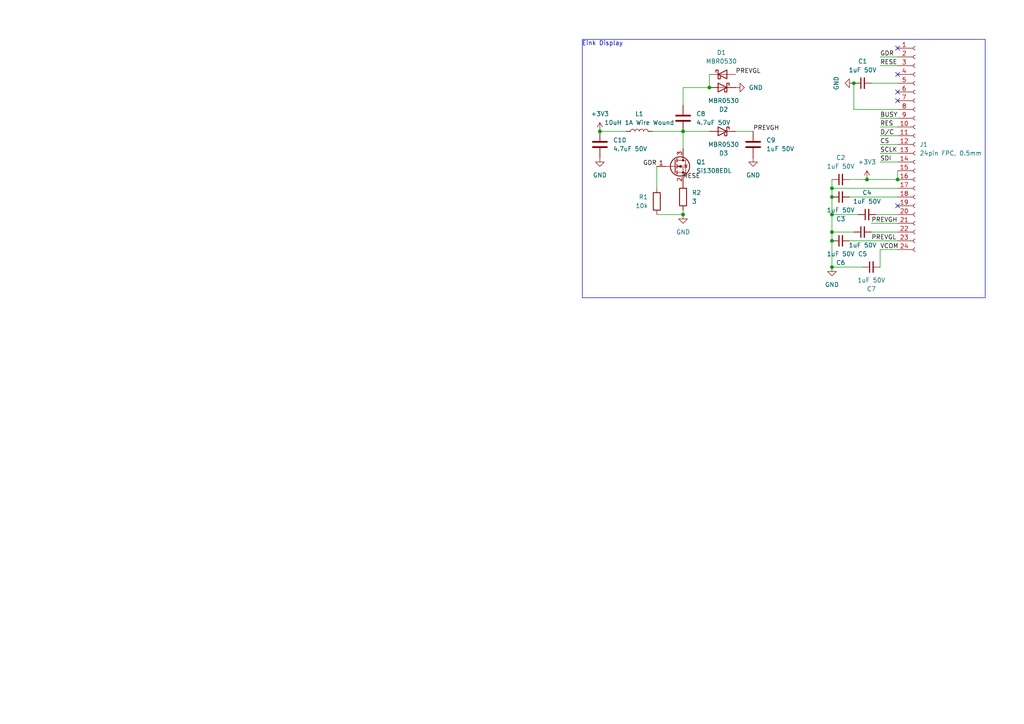
<source format=kicad_sch>
(kicad_sch (version 20250114) (generator "eeschema") (generator_version "9.0")
  (paper "A4")
  (lib_symbols
    (symbol "Connector:Conn_01x24_Socket" (pin_names (offset 1.016) (hide yes))
      (property "Reference" "J" (at 0 30.48 0))
      (property "Value" "Conn_01x24_Socket" (at 0 -33.02 0))
      (symbol "Conn_01x24_Socket_1_1"
        (polyline (pts (xy -1.27 27.94) (xy -0.508 27.94)) (stroke (width 0.1524)))
        (polyline (pts (xy -1.27 25.4) (xy -0.508 25.4)) (stroke (width 0.1524)))
        (polyline (pts (xy -1.27 22.86) (xy -0.508 22.86)) (stroke (width 0.1524)))
        (polyline (pts (xy -1.27 20.32) (xy -0.508 20.32)) (stroke (width 0.1524)))
        (polyline (pts (xy -1.27 17.78) (xy -0.508 17.78)) (stroke (width 0.1524)))
        (polyline (pts (xy -1.27 15.24) (xy -0.508 15.24)) (stroke (width 0.1524)))
        (polyline (pts (xy -1.27 12.7) (xy -0.508 12.7)) (stroke (width 0.1524)))
        (polyline (pts (xy -1.27 10.16) (xy -0.508 10.16)) (stroke (width 0.1524)))
        (polyline (pts (xy -1.27 7.62) (xy -0.508 7.62)) (stroke (width 0.1524)))
        (polyline (pts (xy -1.27 5.08) (xy -0.508 5.08)) (stroke (width 0.1524)))
        (polyline (pts (xy -1.27 2.54) (xy -0.508 2.54)) (stroke (width 0.1524)))
        (polyline (pts (xy -1.27 0) (xy -0.508 0)) (stroke (width 0.1524)))
        (polyline (pts (xy -1.27 -2.54) (xy -0.508 -2.54)) (stroke (width 0.1524)))
        (polyline (pts (xy -1.27 -5.08) (xy -0.508 -5.08)) (stroke (width 0.1524)))
        (polyline (pts (xy -1.27 -7.62) (xy -0.508 -7.62)) (stroke (width 0.1524)))
        (polyline (pts (xy -1.27 -10.16) (xy -0.508 -10.16)) (stroke (width 0.1524)))
        (polyline (pts (xy -1.27 -12.7) (xy -0.508 -12.7)) (stroke (width 0.1524)))
        (polyline (pts (xy -1.27 -15.24) (xy -0.508 -15.24)) (stroke (width 0.1524)))
        (polyline (pts (xy -1.27 -17.78) (xy -0.508 -17.78)) (stroke (width 0.1524)))
        (polyline (pts (xy -1.27 -20.32) (xy -0.508 -20.32)) (stroke (width 0.1524)))
        (polyline (pts (xy -1.27 -22.86) (xy -0.508 -22.86)) (stroke (width 0.1524)))
        (polyline (pts (xy -1.27 -25.4) (xy -0.508 -25.4)) (stroke (width 0.1524)))
        (polyline (pts (xy -1.27 -27.94) (xy -0.508 -27.94)) (stroke (width 0.1524)))
        (polyline (pts (xy -1.27 -30.48) (xy -0.508 -30.48)) (stroke (width 0.1524)))
        (arc (start 0 27.432) (mid -0.5058 27.94) (end 0 28.448) (stroke (width 0.1524)))
        (arc (start 0 24.892) (mid -0.5058 25.4) (end 0 25.908) (stroke (width 0.1524)))
        (arc (start 0 22.352) (mid -0.5058 22.86) (end 0 23.368) (stroke (width 0.1524)))
        (arc (start 0 19.812) (mid -0.5058 20.32) (end 0 20.828) (stroke (width 0.1524)))
        (arc (start 0 17.272) (mid -0.5058 17.78) (end 0 18.288) (stroke (width 0.1524)))
        (arc (start 0 14.732) (mid -0.5058 15.24) (end 0 15.748) (stroke (width 0.1524)))
        (arc (start 0 12.192) (mid -0.5058 12.7) (end 0 13.208) (stroke (width 0.1524)))
        (arc (start 0 9.652) (mid -0.5058 10.16) (end 0 10.668) (stroke (width 0.1524)))
        (arc (start 0 7.112) (mid -0.5058 7.62) (end 0 8.128) (stroke (width 0.1524)))
        (arc (start 0 4.572) (mid -0.5058 5.08) (end 0 5.588) (stroke (width 0.1524)))
        (arc (start 0 2.032) (mid -0.5058 2.54) (end 0 3.048) (stroke (width 0.1524)))
        (arc (start 0 -0.508) (mid -0.5058 0) (end 0 0.508) (stroke (width 0.1524)))
        (arc (start 0 -3.048) (mid -0.5058 -2.54) (end 0 -2.032) (stroke (width 0.1524)))
        (arc (start 0 -5.588) (mid -0.5058 -5.08) (end 0 -4.572) (stroke (width 0.1524)))
        (arc (start 0 -8.128) (mid -0.5058 -7.62) (end 0 -7.112) (stroke (width 0.1524)))
        (arc (start 0 -10.668) (mid -0.5058 -10.16) (end 0 -9.652) (stroke (width 0.1524)))
        (arc (start 0 -13.208) (mid -0.5058 -12.7) (end 0 -12.192) (stroke (width 0.1524)))
        (arc (start 0 -15.748) (mid -0.5058 -15.24) (end 0 -14.732) (stroke (width 0.1524)))
        (arc (start 0 -18.288) (mid -0.5058 -17.78) (end 0 -17.272) (stroke (width 0.1524)))
        (arc (start 0 -20.828) (mid -0.5058 -20.32) (end 0 -19.812) (stroke (width 0.1524)))
        (arc (start 0 -23.368) (mid -0.5058 -22.86) (end 0 -22.352) (stroke (width 0.1524)))
        (arc (start 0 -25.908) (mid -0.5058 -25.4) (end 0 -24.892) (stroke (width 0.1524)))
        (arc (start 0 -28.448) (mid -0.5058 -27.94) (end 0 -27.432) (stroke (width 0.1524)))
        (arc (start 0 -30.988) (mid -0.5058 -30.48) (end 0 -29.972) (stroke (width 0.1524)))
        (pin passive line (at -5.08 27.94 0) (length 3.81) (name "Pin_1") (number "1"))
        (pin passive line (at -5.08 25.4 0) (length 3.81) (name "Pin_2") (number "2"))
        (pin passive line (at -5.08 22.86 0) (length 3.81) (name "Pin_3") (number "3"))
        (pin passive line (at -5.08 20.32 0) (length 3.81) (name "Pin_4") (number "4"))
        (pin passive line (at -5.08 17.78 0) (length 3.81) (name "Pin_5") (number "5"))
        (pin passive line (at -5.08 15.24 0) (length 3.81) (name "Pin_6") (number "6"))
        (pin passive line (at -5.08 12.7 0) (length 3.81) (name "Pin_7") (number "7"))
        (pin passive line (at -5.08 10.16 0) (length 3.81) (name "Pin_8") (number "8"))
        (pin passive line (at -5.08 7.62 0) (length 3.81) (name "Pin_9") (number "9"))
        (pin passive line (at -5.08 5.08 0) (length 3.81) (name "Pin_10") (number "10"))
        (pin passive line (at -5.08 2.54 0) (length 3.81) (name "Pin_11") (number "11"))
        (pin passive line (at -5.08 0 0) (length 3.81) (name "Pin_12") (number "12"))
        (pin passive line (at -5.08 -2.54 0) (length 3.81) (name "Pin_13") (number "13"))
        (pin passive line (at -5.08 -5.08 0) (length 3.81) (name "Pin_14") (number "14"))
        (pin passive line (at -5.08 -7.62 0) (length 3.81) (name "Pin_15") (number "15"))
        (pin passive line (at -5.08 -10.16 0) (length 3.81) (name "Pin_16") (number "16"))
        (pin passive line (at -5.08 -12.7 0) (length 3.81) (name "Pin_17") (number "17"))
        (pin passive line (at -5.08 -15.24 0) (length 3.81) (name "Pin_18") (number "18"))
        (pin passive line (at -5.08 -17.78 0) (length 3.81) (name "Pin_19") (number "19"))
        (pin passive line (at -5.08 -20.32 0) (length 3.81) (name "Pin_20") (number "20"))
        (pin passive line (at -5.08 -22.86 0) (length 3.81) (name "Pin_21") (number "21"))
        (pin passive line (at -5.08 -25.4 0) (length 3.81) (name "Pin_22") (number "22"))
        (pin passive line (at -5.08 -27.94 0) (length 3.81) (name "Pin_23") (number "23"))
        (pin passive line (at -5.08 -30.48 0) (length 3.81) (name "Pin_24") (number "24"))
      )
    )
    (symbol "Device:C" (pin_numbers (hide yes)) (pin_names (offset 0.254))
      (property "Reference" "C" (at 0.635 2.54 0))
      (property "Value" "C" (at 0.635 -2.54 0))
      (symbol "C_0_1"
        (polyline (pts (xy -2.032 0.762) (xy 2.032 0.762)) (stroke (width 0.508)))
        (polyline (pts (xy -2.032 -0.762) (xy 2.032 -0.762)) (stroke (width 0.508)))
      )
      (symbol "C_1_1"
        (pin passive line (at 0 3.81 270) (length 2.794) (name "~") (number "1"))
        (pin passive line (at 0 -3.81 90) (length 2.794) (name "~") (number "2"))
      )
    )
    (symbol "Device:C_Small" (pin_numbers (hide yes)) (pin_names (offset 0.254) (hide yes))
      (property "Reference" "C" (at 0.254 1.778 0))
      (property "Value" "C_Small" (at 0.254 -2.032 0))
      (symbol "C_Small_0_1"
        (polyline (pts (xy -1.524 0.508) (xy 1.524 0.508)) (stroke (width 0.3048)))
        (polyline (pts (xy -1.524 -0.508) (xy 1.524 -0.508)) (stroke (width 0.3302)))
      )
      (symbol "C_Small_1_1"
        (pin passive line (at 0 2.54 270) (length 2.032) (name "~") (number "1"))
        (pin passive line (at 0 -2.54 90) (length 2.032) (name "~") (number "2"))
      )
    )
    (symbol "Device:L" (pin_numbers (hide yes)) (pin_names (offset 1.016) (hide yes))
      (property "Reference" "L" (at -1.27 0 90))
      (property "Value" "L" (at 1.905 0 90))
      (symbol "L_0_1"
        (arc (start 0 2.54) (mid 0.6323 1.905) (end 0 1.27))
        (arc (start 0 1.27) (mid 0.6323 0.635) (end 0 0))
        (arc (start 0 0) (mid 0.6323 -0.635) (end 0 -1.27))
        (arc (start 0 -1.27) (mid 0.6323 -1.905) (end 0 -2.54))
      )
      (symbol "L_1_1"
        (pin passive line (at 0 3.81 270) (length 1.27) (name "1") (number "1"))
        (pin passive line (at 0 -3.81 90) (length 1.27) (name "2") (number "2"))
      )
    )
    (symbol "Device:R" (pin_numbers (hide yes)) (pin_names (offset 0))
      (property "Reference" "R" (at 2.032 0 90))
      (property "Value" "R" (at 0 0 90))
      (symbol "R_0_1"
        (rectangle (start -1.016 -2.54) (end 1.016 2.54) (stroke (width 0.254)))
      )
      (symbol "R_1_1"
        (pin passive line (at 0 3.81 270) (length 1.27) (name "~") (number "1"))
        (pin passive line (at 0 -3.81 90) (length 1.27) (name "~") (number "2"))
      )
    )
    (symbol "Diode:MBR0530" (pin_numbers (hide yes)) (pin_names (offset 1.016) (hide yes))
      (property "Reference" "D" (at 0 2.54 0))
      (property "Value" "MBR0530" (at 0 -2.54 0))
      (symbol "MBR0530_0_1"
        (polyline (pts (xy -1.905 0.635) (xy -1.905 1.27) (xy -1.27 1.27) (xy -1.27 -1.27) (xy -0.635 -1.27) (xy -0.635 -0.635)) (stroke (width 0.254)))
        (polyline (pts (xy 1.27 1.27) (xy 1.27 -1.27) (xy -1.27 0) (xy 1.27 1.27)) (stroke (width 0.254)))
        (polyline (pts (xy 1.27 0) (xy -1.27 0)))
      )
      (symbol "MBR0530_1_1"
        (pin passive line (at -3.81 0 0) (length 2.54) (name "K") (number "1"))
        (pin passive line (at 3.81 0 180) (length 2.54) (name "A") (number "2"))
      )
    )
    (symbol "Transistor_FET:Si1308EDL" (pin_names (hide yes))
      (property "Reference" "Q" (at 5.08 1.905 0))
      (property "Value" "Si1308EDL" (at 5.08 0 0))
      (symbol "Si1308EDL_0_1"
        (polyline (pts (xy 0.254 1.905) (xy 0.254 -1.905)) (stroke (width 0.254)))
        (polyline (pts (xy 0.254 0) (xy -2.54 0)))
        (polyline (pts (xy 0.762 2.286) (xy 0.762 1.27)) (stroke (width 0.254)))
        (polyline (pts (xy 0.762 0.508) (xy 0.762 -0.508)) (stroke (width 0.254)))
        (polyline (pts (xy 0.762 -1.27) (xy 0.762 -2.286)) (stroke (width 0.254)))
        (polyline (pts (xy 0.762 -1.778) (xy 3.302 -1.778) (xy 3.302 1.778) (xy 0.762 1.778)))
        (polyline (pts (xy 1.016 0) (xy 2.032 0.381) (xy 2.032 -0.381) (xy 1.016 0)) (fill (type outline)))
        (circle (center 1.651 0) (radius 2.794) (stroke (width 0.254)))
        (polyline (pts (xy 2.54 2.54) (xy 2.54 1.778)))
        (circle (center 2.54 1.778) (radius 0.254) (fill (type outline)))
        (circle (center 2.54 -1.778) (radius 0.254) (fill (type outline)))
        (polyline (pts (xy 2.54 -2.54) (xy 2.54 0) (xy 0.762 0)))
        (polyline (pts (xy 2.794 0.508) (xy 2.921 0.381) (xy 3.683 0.381) (xy 3.81 0.254)))
        (polyline (pts (xy 3.302 0.381) (xy 2.921 -0.254) (xy 3.683 -0.254) (xy 3.302 0.381)))
      )
      (symbol "Si1308EDL_1_1"
        (pin input line (at -5.08 0 0) (length 2.54) (name "G") (number "1"))
        (pin passive line (at 2.54 5.08 270) (length 2.54) (name "D") (number "3"))
        (pin passive line (at 2.54 -5.08 90) (length 2.54) (name "S") (number "2"))
      )
    )
    (symbol "power:+3V3" (power) (pin_numbers (hide yes)) (pin_names (offset 0) (hide yes))
      (property "Value" "+3V3" (at 0 3.556 0))
      (symbol "+3V3_0_1"
        (polyline (pts (xy -0.762 1.27) (xy 0 2.54)))
        (polyline (pts (xy 0 2.54) (xy 0.762 1.27)))
        (polyline (pts (xy 0 0) (xy 0 2.54)))
      )
      (symbol "+3V3_1_1"
        (pin power_in line (at 0 0 90) (length 0) (name "~") (number "1"))
      )
    )
    (symbol "power:GND" (power) (pin_numbers (hide yes)) (pin_names (offset 0) (hide yes))
      (property "Value" "GND" (at 0 -3.81 0))
      (symbol "GND_0_1"
        (polyline (pts (xy 0 0) (xy 0 -1.27) (xy 1.27 -1.27) (xy 0 -2.54) (xy -1.27 -1.27) (xy 0 -1.27)))
      )
      (symbol "GND_1_1"
        (pin power_in line (at 0 0 270) (length 0) (name "~") (number "1"))
      )
    )
  )
  (rectangle (start 168.91 11.43) (end 285.75 86.36))
  (text "Eink Display" (at 174.752 12.7 0) (effects (font (size 1.27 1.27))))
  (junction (at 241.3 77.47))
  (junction (at 198.12 38.1))
  (junction (at 241.3 62.23))
  (junction (at 205.74 25.4))
  (junction (at 260.35 52.07))
  (junction (at 173.99 38.1))
  (junction (at 241.3 67.31))
  (junction (at 241.3 57.15))
  (junction (at 241.3 69.85))
  (junction (at 251.46 52.07))
  (junction (at 247.65 24.13))
  (junction (at 198.12 62.23))
  (junction (at 241.3 54.61))
  (no_connect (at 260.35 26.67))
  (no_connect (at 260.35 59.69))
  (no_connect (at 260.35 13.97))
  (no_connect (at 260.35 21.59))
  (no_connect (at 260.35 29.21))
  (wire (pts (xy 248.92 62.23) (xy 241.3 62.23)))
  (wire (pts (xy 246.38 52.07) (xy 251.46 52.07)))
  (wire (pts (xy 241.3 77.47) (xy 241.3 69.85)))
  (wire (pts (xy 260.35 54.61) (xy 241.3 54.61)))
  (wire (pts (xy 241.3 67.31) (xy 241.3 69.85)))
  (wire (pts (xy 247.65 67.31) (xy 241.3 67.31)))
  (wire (pts (xy 190.5 48.26) (xy 190.5 54.61)))
  (wire (pts (xy 190.5 62.23) (xy 198.12 62.23)))
  (wire (pts (xy 198.12 38.1) (xy 198.12 43.18)))
  (wire (pts (xy 205.74 21.59) (xy 205.74 25.4)))
  (wire (pts (xy 246.38 69.85) (xy 260.35 69.85)))
  (wire (pts (xy 255.27 41.91) (xy 260.35 41.91)))
  (wire (pts (xy 246.38 57.15) (xy 260.35 57.15)))
  (wire (pts (xy 241.3 52.07) (xy 241.3 54.61)))
  (wire (pts (xy 247.65 24.13) (xy 247.65 31.75)))
  (wire (pts (xy 255.27 39.37) (xy 260.35 39.37)))
  (wire (pts (xy 255.27 36.83) (xy 260.35 36.83)))
  (wire (pts (xy 250.19 77.47) (xy 241.3 77.47)))
  (wire (pts (xy 252.73 67.31) (xy 260.35 67.31)))
  (wire (pts (xy 205.74 25.4) (xy 198.12 25.4)))
  (wire (pts (xy 252.73 24.13) (xy 260.35 24.13)))
  (wire (pts (xy 198.12 62.23) (xy 198.12 60.96)))
  (wire (pts (xy 255.27 34.29) (xy 260.35 34.29)))
  (wire (pts (xy 173.99 38.1) (xy 181.61 38.1)))
  (wire (pts (xy 251.46 52.07) (xy 260.35 52.07)))
  (wire (pts (xy 255.27 19.05) (xy 260.35 19.05)))
  (wire (pts (xy 213.36 38.1) (xy 218.44 38.1)))
  (wire (pts (xy 241.3 54.61) (xy 241.3 57.15)))
  (wire (pts (xy 255.27 16.51) (xy 260.35 16.51)))
  (wire (pts (xy 241.3 67.31) (xy 241.3 62.23)))
  (wire (pts (xy 252.73 64.77) (xy 260.35 64.77)))
  (wire (pts (xy 198.12 38.1) (xy 205.74 38.1)))
  (wire (pts (xy 241.3 62.23) (xy 241.3 57.15)))
  (wire (pts (xy 260.35 49.53) (xy 260.35 52.07)))
  (wire (pts (xy 254 62.23) (xy 260.35 62.23)))
  (wire (pts (xy 198.12 25.4) (xy 198.12 30.48)))
  (wire (pts (xy 255.27 72.39) (xy 255.27 77.47)))
  (wire (pts (xy 260.35 72.39) (xy 255.27 72.39)))
  (wire (pts (xy 189.23 38.1) (xy 198.12 38.1)))
  (wire (pts (xy 255.27 44.45) (xy 260.35 44.45)))
  (wire (pts (xy 260.35 31.75) (xy 247.65 31.75)))
  (wire (pts (xy 255.27 46.99) (xy 260.35 46.99)))
  (label "RESE" (at 198.12 52.07 0))
  (label "CS" (at 255.27 41.91 0))
  (label "GDR" (at 255.27 16.51 0))
  (label "VCOM" (at 255.27 72.39 0))
  (label "PREVGH" (at 218.44 38.1 0))
  (label "SCLK" (at 255.27 44.45 0))
  (label "RESE" (at 255.27 19.05 0))
  (label "D{slash}C" (at 255.27 39.37 0))
  (label "PREVGL" (at 252.73 69.85 0))
  (label "SDI" (at 255.27 46.99 0))
  (label "PREVGL" (at 213.36 21.59 0))
  (label "PREVGH" (at 252.73 64.77 0))
  (label "BUSY" (at 255.27 34.29 0))
  (label "RES" (at 255.27 36.83 0))
  (label "GDR" (at 190.5 48.26 180))
  (symbol (lib_id "Diode:MBR0530") (at 209.55 21.59 0) (unit 1)
    (property "Reference" "D1" (at 209.2325 15.24 0))
    (property "Value" "MBR0530" (at 209.2325 17.78 0))
    (property "Footprint" "Diode_SMD:D_SOD-123" (effects (hide yes)))
    (property "Datasheet" "http://www.mccsemi.com/up_pdf/MBR0520~MBR0580(SOD123).pdf" (effects (hide yes)))
    (property "Description" "30V 0.5A Schottky Power Rectifier Diode, SOD-123" (effects (hide yes)))
  )
  (symbol (lib_id "Transistor_FET:Si1308EDL") (at 195.58 48.26 0) (unit 1)
    (property "Reference" "Q1" (at 201.93 46.9899 0) (effects (justify left)))
    (property "Value" "Si1308EDL" (at 201.93 49.5299 0) (effects (justify left)))
    (property "Footprint" "Package_TO_SOT_SMD:SOT-323_SC-70" (effects (hide yes)))
    (property "Datasheet" "https://www.vishay.com/docs/63399/si1308edl.pdf" (effects (hide yes)))
    (property "Description" "30V Vds, 1.4A Id, N-Channel MOSFET, SC-70" (effects (hide yes)))
  )
  (symbol (lib_id "Device:C") (at 198.12 34.29 0) (unit 1)
    (property "Reference" "C8" (at 201.93 33.0199 0) (effects (justify left)))
    (property "Value" "4.7uF 50V" (at 201.93 35.5599 0) (effects (justify left)))
    (property "Footprint" "Capacitor_SMD:C_0805_2012Metric_Pad1.18x1.45mm_HandSolder" (effects (hide yes)))
    (property "Description" "Unpolarized capacitor" (effects (hide yes)))
  )
  (symbol (lib_id "Device:C_Small") (at 251.46 62.23 90) (unit 1)
    (property "Reference" "C4" (at 251.4663 55.88 90))
    (property "Value" "1uF 50V" (at 251.4663 58.42 90))
    (property "Footprint" "Capacitor_SMD:C_0805_2012Metric_Pad1.18x1.45mm_HandSolder" (effects (hide yes)))
    (property "Description" "Unpolarized capacitor, small symbol" (effects (hide yes)))
  )
  (symbol (lib_id "Device:C_Small") (at 243.84 57.15 90) (mirror x) (unit 1)
    (property "Reference" "C3" (at 243.8463 63.5 90))
    (property "Value" "1uF 50V" (at 243.8463 60.96 90))
    (property "Footprint" "Capacitor_SMD:C_0805_2012Metric_Pad1.18x1.45mm_HandSolder" (effects (hide yes)))
    (property "Description" "Unpolarized capacitor, small symbol" (effects (hide yes)))
  )
  (symbol (lib_id "Device:C_Small") (at 250.19 24.13 90) (unit 1)
    (property "Reference" "C1" (at 250.1963 17.78 90))
    (property "Value" "1uF 50V" (at 250.1963 20.32 90))
    (property "Footprint" "Capacitor_SMD:C_0805_2012Metric_Pad1.18x1.45mm_HandSolder" (effects (hide yes)))
    (property "Description" "Unpolarized capacitor, small symbol" (effects (hide yes)))
  )
  (symbol (lib_id "power:GND") (at 247.65 24.13 270) (mirror x) (unit 1)
    (property "Reference" "#PWR01" (effects (hide yes)))
    (property "Value" "GND" (at 242.57 24.13 0))
    (property "Description" "Power symbol creates a global label with name \"GND\" , ground" (effects (hide yes)))
  )
  (symbol (lib_id "Device:C_Small") (at 243.84 69.85 90) (mirror x) (unit 1)
    (property "Reference" "C6" (at 243.8463 76.2 90))
    (property "Value" "1uF 50V" (at 243.8463 73.66 90))
    (property "Footprint" "Capacitor_SMD:C_0805_2012Metric_Pad1.18x1.45mm_HandSolder" (effects (hide yes)))
    (property "Description" "Unpolarized capacitor, small symbol" (effects (hide yes)))
  )
  (symbol (lib_id "power:+3V3") (at 173.99 38.1 0) (unit 1)
    (property "Reference" "#PWR07" (effects (hide yes)))
    (property "Value" "+3V3" (at 173.99 33.02 0))
    (property "Description" "Power symbol creates a global label with name \"+3V3\"" (effects (hide yes)))
  )
  (symbol (lib_id "Device:C_Small") (at 252.73 77.47 90) (mirror x) (unit 1)
    (property "Reference" "C7" (at 252.7363 83.82 90))
    (property "Value" "1uF 50V" (at 252.7363 81.28 90))
    (property "Footprint" "Capacitor_SMD:C_0805_2012Metric_Pad1.18x1.45mm_HandSolder" (effects (hide yes)))
    (property "Description" "Unpolarized capacitor, small symbol" (effects (hide yes)))
  )
  (symbol (lib_id "power:GND") (at 218.44 45.72 0) (unit 1)
    (property "Reference" "#PWR05" (effects (hide yes)))
    (property "Value" "GND" (at 218.44 50.8 0))
    (property "Description" "Power symbol creates a global label with name \"GND\" , ground" (effects (hide yes)))
  )
  (symbol (lib_id "Device:C_Small") (at 243.84 52.07 90) (unit 1)
    (property "Reference" "C2" (at 243.8463 45.72 90))
    (property "Value" "1uF 50V" (at 243.8463 48.26 90))
    (property "Footprint" "Capacitor_SMD:C_0805_2012Metric_Pad1.18x1.45mm_HandSolder" (effects (hide yes)))
    (property "Description" "Unpolarized capacitor, small symbol" (effects (hide yes)))
  )
  (symbol (lib_id "Diode:MBR0530") (at 209.55 25.4 0) (mirror y) (unit 1)
    (property "Reference" "D2" (at 209.8675 31.75 0))
    (property "Value" "MBR0530" (at 209.8675 29.21 0))
    (property "Footprint" "Diode_SMD:D_SOD-123" (effects (hide yes)))
    (property "Datasheet" "http://www.mccsemi.com/up_pdf/MBR0520~MBR0580(SOD123).pdf" (effects (hide yes)))
    (property "Description" "30V 0.5A Schottky Power Rectifier Diode, SOD-123" (effects (hide yes)))
  )
  (symbol (lib_id "Device:C_Small") (at 250.19 67.31 90) (mirror x) (unit 1)
    (property "Reference" "C5" (at 250.1963 73.66 90))
    (property "Value" "1uF 50V" (at 250.1963 71.12 90))
    (property "Footprint" "Capacitor_SMD:C_0805_2012Metric_Pad1.18x1.45mm_HandSolder" (effects (hide yes)))
    (property "Description" "Unpolarized capacitor, small symbol" (effects (hide yes)))
  )
  (symbol (lib_id "Diode:MBR0530") (at 209.55 38.1 0) (mirror y) (unit 1)
    (property "Reference" "D3" (at 209.8675 44.45 0))
    (property "Value" "MBR0530" (at 209.8675 41.91 0))
    (property "Footprint" "Diode_SMD:D_SOD-123" (effects (hide yes)))
    (property "Datasheet" "http://www.mccsemi.com/up_pdf/MBR0520~MBR0580(SOD123).pdf" (effects (hide yes)))
    (property "Description" "30V 0.5A Schottky Power Rectifier Diode, SOD-123" (effects (hide yes)))
  )
  (symbol (lib_id "Device:R") (at 190.5 58.42 0) (mirror y) (unit 1)
    (property "Reference" "R1" (at 187.96 57.1499 0) (effects (justify left)))
    (property "Value" "10k" (at 187.96 59.6899 0) (effects (justify left)))
    (property "Footprint" "Resistor_SMD:R_0805_2012Metric_Pad1.20x1.40mm_HandSolder" (effects (hide yes)))
    (property "Description" "Resistor" (effects (hide yes)))
  )
  (symbol (lib_id "power:GND") (at 213.36 25.4 90) (unit 1)
    (property "Reference" "#PWR04" (effects (hide yes)))
    (property "Value" "GND" (at 217.17 25.3999 90) (effects (justify right)))
    (property "Description" "Power symbol creates a global label with name \"GND\" , ground" (effects (hide yes)))
  )
  (symbol (lib_id "power:GND") (at 198.12 62.23 0) (unit 1)
    (property "Reference" "#PWR06" (effects (hide yes)))
    (property "Value" "GND" (at 198.12 67.31 0))
    (property "Description" "Power symbol creates a global label with name \"GND\" , ground" (effects (hide yes)))
  )
  (symbol (lib_id "power:GND") (at 241.3 77.47 0) (unit 1)
    (property "Reference" "#PWR03" (effects (hide yes)))
    (property "Value" "GND" (at 241.3 82.55 0))
    (property "Description" "Power symbol creates a global label with name \"GND\" , ground" (effects (hide yes)))
  )
  (symbol (lib_id "power:+3V3") (at 251.46 52.07 0) (unit 1)
    (property "Reference" "#PWR02" (effects (hide yes)))
    (property "Value" "+3V3" (at 251.46 46.99 0))
    (property "Description" "Power symbol creates a global label with name \"+3V3\"" (effects (hide yes)))
  )
  (symbol (lib_id "Device:L") (at 185.42 38.1 90) (unit 1)
    (property "Reference" "L1" (at 185.42 33.02 90))
    (property "Value" "10uH 1A Wire Wound" (at 185.42 35.56 90))
    (property "Description" "Inductor" (effects (hide yes)))
  )
  (symbol (lib_id "Device:C") (at 173.99 41.91 0) (unit 1)
    (property "Reference" "C10" (at 177.8 40.6399 0) (effects (justify left)))
    (property "Value" "4.7uF 50V" (at 177.8 43.1799 0) (effects (justify left)))
    (property "Footprint" "Capacitor_SMD:C_0805_2012Metric_Pad1.18x1.45mm_HandSolder" (effects (hide yes)))
    (property "Description" "Unpolarized capacitor" (effects (hide yes)))
  )
  (symbol (lib_id "Device:R") (at 198.12 57.15 0) (unit 1)
    (property "Reference" "R2" (at 200.66 55.8799 0) (effects (justify left)))
    (property "Value" "3" (at 200.66 58.4199 0) (effects (justify left)))
    (property "Footprint" "Resistor_SMD:R_0805_2012Metric_Pad1.20x1.40mm_HandSolder" (effects (hide yes)))
    (property "Description" "Resistor" (effects (hide yes)))
  )
  (symbol (lib_id "Device:C") (at 218.44 41.91 0) (unit 1)
    (property "Reference" "C9" (at 222.25 40.6399 0) (effects (justify left)))
    (property "Value" "1uF 50V" (at 222.25 43.1799 0) (effects (justify left)))
    (property "Footprint" "Capacitor_SMD:C_0805_2012Metric_Pad1.18x1.45mm_HandSolder" (effects (hide yes)))
    (property "Description" "Unpolarized capacitor" (effects (hide yes)))
  )
  (symbol (lib_id "power:GND") (at 173.99 45.72 0) (unit 1)
    (property "Reference" "#PWR08" (effects (hide yes)))
    (property "Value" "GND" (at 173.99 50.8 0))
    (property "Description" "Power symbol creates a global label with name \"GND\" , ground" (effects (hide yes)))
  )
  (symbol (lib_id "Connector:Conn_01x24_Socket") (at 265.43 41.91 0) (unit 1)
    (property "Reference" "J1" (at 266.7 41.9099 0) (effects (justify left)))
    (property "Value" "24pin FPC, 0.5mm" (at 266.7 44.4499 0) (effects (justify left)))
    (property "Footprint" "Connector_FFC-FPC:JUSHUO_AFA07-S23FCA-00_1x23-1MP_P1.0mm_Horizontal" (effects (hide yes)))
    (property "Description" "Generic connector, single row, 01x24, script generated" (effects (hide yes)))
  )
)
</source>
